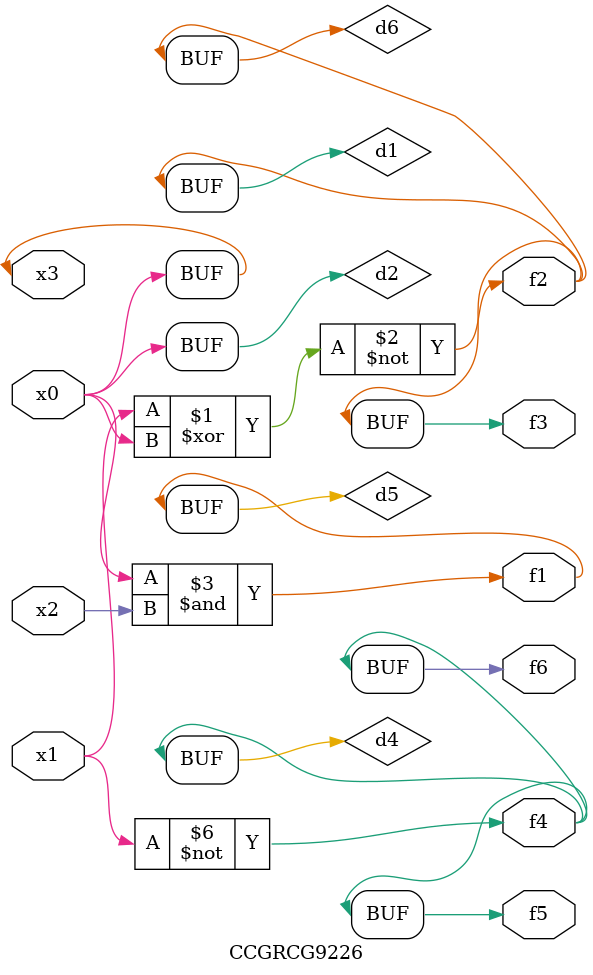
<source format=v>
module CCGRCG9226(
	input x0, x1, x2, x3,
	output f1, f2, f3, f4, f5, f6
);

	wire d1, d2, d3, d4, d5, d6;

	xnor (d1, x1, x3);
	buf (d2, x0, x3);
	nand (d3, x0, x2);
	not (d4, x1);
	nand (d5, d3);
	or (d6, d1);
	assign f1 = d5;
	assign f2 = d6;
	assign f3 = d6;
	assign f4 = d4;
	assign f5 = d4;
	assign f6 = d4;
endmodule

</source>
